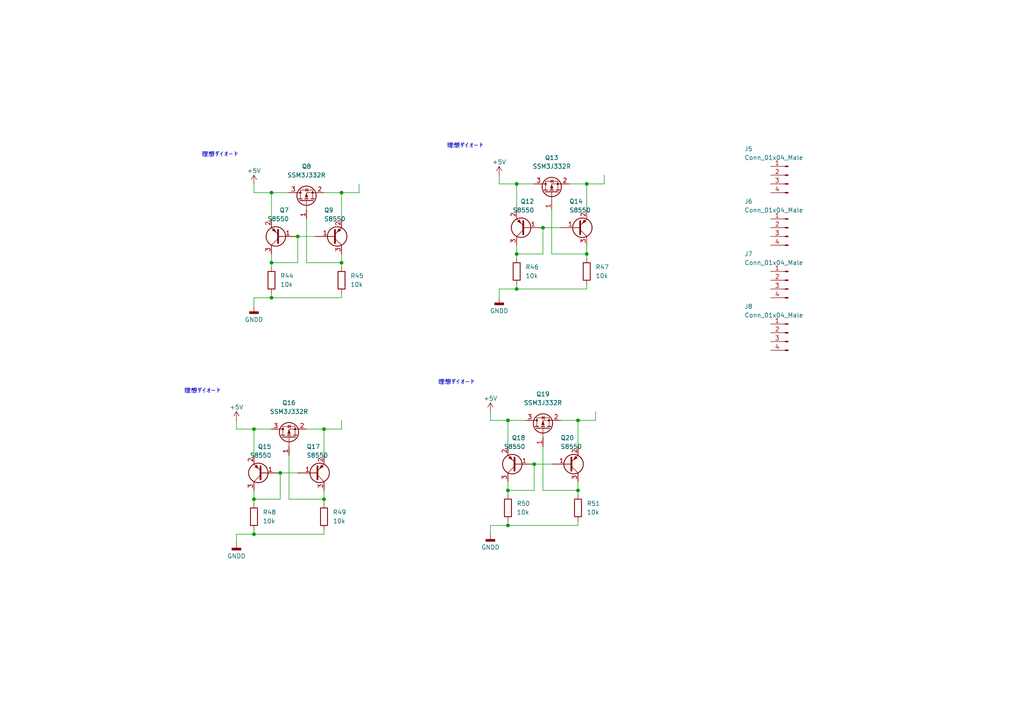
<source format=kicad_sch>
(kicad_sch (version 20230121) (generator eeschema)
  (paper "A4")
  (lib_symbols
    (symbol "Connector:Conn_01x04_Male" (pin_names (offset 1.016) hide)
      (property "Reference" "J" (at 0 5.08 0))
      (property "Value" "Conn_01x04_Male" (at 0 -7.62 0))
      (symbol "Conn_01x04_Male_1_1"
        (polyline (pts (xy 1.27 -5.08) (xy 0.8636 -5.08)) (stroke (width 0.1524)))
        (polyline (pts (xy 1.27 -2.54) (xy 0.8636 -2.54)) (stroke (width 0.1524)))
        (polyline (pts (xy 1.27 0) (xy 0.8636 0)) (stroke (width 0.1524)))
        (polyline (pts (xy 1.27 2.54) (xy 0.8636 2.54)) (stroke (width 0.1524)))
        (rectangle (start 0.8636 -4.953) (end 0 -5.207) (stroke (width 0.1524)) (fill (type outline)))
        (rectangle (start 0.8636 -2.413) (end 0 -2.667) (stroke (width 0.1524)) (fill (type outline)))
        (rectangle (start 0.8636 0.127) (end 0 -0.127) (stroke (width 0.1524)) (fill (type outline)))
        (rectangle (start 0.8636 2.667) (end 0 2.413) (stroke (width 0.1524)) (fill (type outline)))
        (pin passive line (at 5.08 2.54 180) (length 3.81) (name "Pin_1") (number "1"))
        (pin passive line (at 5.08 0 180) (length 3.81) (name "Pin_2") (number "2"))
        (pin passive line (at 5.08 -2.54 180) (length 3.81) (name "Pin_3") (number "3"))
        (pin passive line (at 5.08 -5.08 180) (length 3.81) (name "Pin_4") (number "4"))
      )
    )
    (symbol "Device:Q_PMOS_GSD" (pin_names (offset 0) hide)
      (property "Reference" "Q" (at 5.08 1.27 0))
      (property "Value" "Q_PMOS_GSD" (at 5.08 -1.27 0))
      (symbol "Q_PMOS_GSD_0_1"
        (polyline (pts (xy 0.254 0) (xy -2.54 0)))
        (polyline (pts (xy 0.254 1.905) (xy 0.254 -1.905)) (stroke (width 0.254)))
        (polyline (pts (xy 0.762 -1.27) (xy 0.762 -2.286)) (stroke (width 0.254)))
        (polyline (pts (xy 0.762 0.508) (xy 0.762 -0.508)) (stroke (width 0.254)))
        (polyline (pts (xy 0.762 2.286) (xy 0.762 1.27)) (stroke (width 0.254)))
        (polyline (pts (xy 2.54 2.54) (xy 2.54 1.778)))
        (polyline (pts (xy 2.54 -2.54) (xy 2.54 0) (xy 0.762 0)))
        (polyline (pts (xy 0.762 1.778) (xy 3.302 1.778) (xy 3.302 -1.778) (xy 0.762 -1.778)))
        (polyline (pts (xy 2.286 0) (xy 1.27 0.381) (xy 1.27 -0.381) (xy 2.286 0)) (fill (type outline)))
        (polyline (pts (xy 2.794 -0.508) (xy 2.921 -0.381) (xy 3.683 -0.381) (xy 3.81 -0.254)))
        (polyline (pts (xy 3.302 -0.381) (xy 2.921 0.254) (xy 3.683 0.254) (xy 3.302 -0.381)))
        (circle (center 1.651 0) (radius 2.794) (stroke (width 0.254)))
        (circle (center 2.54 -1.778) (radius 0.254) (fill (type outline)))
        (circle (center 2.54 1.778) (radius 0.254) (fill (type outline)))
      )
      (symbol "Q_PMOS_GSD_1_1"
        (pin input line (at -5.08 0 0) (length 2.54) (name "G") (number "1"))
        (pin passive line (at 2.54 -5.08 90) (length 2.54) (name "S") (number "2"))
        (pin passive line (at 2.54 5.08 270) (length 2.54) (name "D") (number "3"))
      )
    )
    (symbol "Device:Q_PNP_BEC" (pin_names (offset 0) hide)
      (property "Reference" "Q" (at 5.08 1.27 0))
      (property "Value" "Q_PNP_BEC" (at 5.08 -1.27 0))
      (symbol "Q_PNP_BEC_0_1"
        (polyline (pts (xy 0.635 0.635) (xy 2.54 2.54)))
        (polyline (pts (xy 0.635 -0.635) (xy 2.54 -2.54) (xy 2.54 -2.54)))
        (polyline (pts (xy 0.635 1.905) (xy 0.635 -1.905) (xy 0.635 -1.905)) (stroke (width 0.508)))
        (polyline (pts (xy 2.286 -1.778) (xy 1.778 -2.286) (xy 1.27 -1.27) (xy 2.286 -1.778) (xy 2.286 -1.778)) (fill (type outline)))
        (circle (center 1.27 0) (radius 2.8194) (stroke (width 0.254)))
      )
      (symbol "Q_PNP_BEC_1_1"
        (pin input line (at -5.08 0 0) (length 5.715) (name "B") (number "1"))
        (pin passive line (at 2.54 -5.08 90) (length 2.54) (name "E") (number "2"))
        (pin passive line (at 2.54 5.08 270) (length 2.54) (name "C") (number "3"))
      )
    )
    (symbol "Device:R" (pin_numbers hide) (pin_names (offset 0))
      (property "Reference" "R" (at 2.032 0 90))
      (property "Value" "R" (at 0 0 90))
      (symbol "R_0_1"
        (rectangle (start -1.016 -2.54) (end 1.016 2.54) (stroke (width 0.254)))
      )
      (symbol "R_1_1"
        (pin passive line (at 0 3.81 270) (length 1.27) (name "~") (number "1"))
        (pin passive line (at 0 -3.81 90) (length 1.27) (name "~") (number "2"))
      )
    )
    (symbol "power:+5V" (power) (pin_names (offset 0))
      (property "Value" "+5V" (at 0 3.556 0))
      (symbol "+5V_0_1"
        (polyline (pts (xy -0.762 1.27) (xy 0 2.54)))
        (polyline (pts (xy 0 0) (xy 0 2.54)))
        (polyline (pts (xy 0 2.54) (xy 0.762 1.27)))
      )
      (symbol "+5V_1_1"
        (pin power_in line (at 0 0 90) (length 0) hide (name "+5V") (number "1"))
      )
    )
    (symbol "power:GNDD" (power) (pin_names (offset 0))
      (property "Value" "GNDD" (at 0 -3.175 0))
      (symbol "GNDD_0_1"
        (rectangle (start -1.27 -1.524) (end 1.27 -2.032) (stroke (width 0.254)) (fill (type outline)))
        (polyline (pts (xy 0 0) (xy 0 -1.524)))
      )
      (symbol "GNDD_1_1"
        (pin power_in line (at 0 0 270) (length 0) hide (name "GNDD") (number "1"))
      )
    )
  )
  (junction (at 86.36 68.58))
  (junction (at 170.18 53.34))
  (junction (at 149.86 73.66))
  (junction (at 167.64 121.92))
  (junction (at 73.66 154.94))
  (junction (at 81.28 137.16))
  (junction (at 170.18 73.66))
  (junction (at 99.06 76.2))
  (junction (at 154.94 134.62))
  (junction (at 147.32 142.24))
  (junction (at 73.66 144.78))
  (junction (at 93.98 144.78))
  (junction (at 149.86 83.82))
  (junction (at 147.32 152.4))
  (junction (at 78.74 86.36))
  (junction (at 78.74 76.2))
  (junction (at 73.66 124.46))
  (junction (at 78.74 55.88))
  (junction (at 93.98 124.46))
  (junction (at 149.86 53.34))
  (junction (at 147.32 121.92))
  (junction (at 157.48 66.04))
  (junction (at 99.06 55.88))
  (junction (at 167.64 142.24))
  (wire (pts (xy 175.26 50.8) (xy 175.26 53.34)))
  (wire (pts (xy 73.66 124.46) (xy 73.66 132.08)))
  (wire (pts (xy 93.98 124.46) (xy 99.06 124.46)))
  (wire (pts (xy 78.74 86.36) (xy 99.06 86.36)))
  (wire (pts (xy 73.66 144.78) (xy 73.66 146.05)))
  (wire (pts (xy 147.32 139.7) (xy 147.32 142.24)))
  (wire (pts (xy 144.78 83.82) (xy 149.86 83.82)))
  (wire (pts (xy 157.48 142.24) (xy 167.64 142.24)))
  (wire (pts (xy 157.48 129.54) (xy 157.48 142.24)))
  (wire (pts (xy 142.24 152.4) (xy 142.24 154.94)))
  (wire (pts (xy 157.48 73.66) (xy 157.48 66.04)))
  (wire (pts (xy 157.48 66.04) (xy 162.56 66.04)))
  (wire (pts (xy 68.58 154.94) (xy 68.58 157.48)))
  (wire (pts (xy 93.98 55.88) (xy 99.06 55.88)))
  (wire (pts (xy 93.98 142.24) (xy 93.98 144.78)))
  (wire (pts (xy 147.32 142.24) (xy 154.94 142.24)))
  (wire (pts (xy 147.32 142.24) (xy 147.32 143.51)))
  (wire (pts (xy 170.18 73.66) (xy 170.18 74.93)))
  (wire (pts (xy 149.86 73.66) (xy 157.48 73.66)))
  (wire (pts (xy 73.66 55.88) (xy 78.74 55.88)))
  (wire (pts (xy 99.06 121.92) (xy 99.06 124.46)))
  (wire (pts (xy 73.66 142.24) (xy 73.66 144.78)))
  (wire (pts (xy 81.28 144.78) (xy 81.28 137.16)))
  (wire (pts (xy 68.58 154.94) (xy 73.66 154.94)))
  (wire (pts (xy 170.18 82.55) (xy 170.18 83.82)))
  (wire (pts (xy 142.24 152.4) (xy 147.32 152.4)))
  (wire (pts (xy 78.74 76.2) (xy 78.74 77.47)))
  (wire (pts (xy 88.9 76.2) (xy 99.06 76.2)))
  (wire (pts (xy 172.72 119.38) (xy 172.72 121.92)))
  (wire (pts (xy 149.86 53.34) (xy 149.86 60.96)))
  (wire (pts (xy 99.06 73.66) (xy 99.06 76.2)))
  (wire (pts (xy 144.78 83.82) (xy 144.78 86.36)))
  (wire (pts (xy 68.58 121.92) (xy 68.58 124.46)))
  (wire (pts (xy 99.06 76.2) (xy 99.06 77.47)))
  (wire (pts (xy 73.66 86.36) (xy 78.74 86.36)))
  (wire (pts (xy 152.4 121.92) (xy 147.32 121.92)))
  (wire (pts (xy 93.98 132.08) (xy 93.98 124.46)))
  (wire (pts (xy 73.66 53.34) (xy 73.66 55.88)))
  (wire (pts (xy 78.74 85.09) (xy 78.74 86.36)))
  (wire (pts (xy 73.66 153.67) (xy 73.66 154.94)))
  (wire (pts (xy 147.32 152.4) (xy 167.64 152.4)))
  (wire (pts (xy 73.66 86.36) (xy 73.66 88.9)))
  (wire (pts (xy 167.64 139.7) (xy 167.64 142.24)))
  (wire (pts (xy 149.86 71.12) (xy 149.86 73.66)))
  (wire (pts (xy 144.78 53.34) (xy 149.86 53.34)))
  (wire (pts (xy 147.32 151.13) (xy 147.32 152.4)))
  (wire (pts (xy 78.74 55.88) (xy 78.74 63.5)))
  (wire (pts (xy 88.9 63.5) (xy 88.9 76.2)))
  (wire (pts (xy 160.02 73.66) (xy 170.18 73.66)))
  (wire (pts (xy 88.9 124.46) (xy 93.98 124.46)))
  (wire (pts (xy 160.02 60.96) (xy 160.02 73.66)))
  (wire (pts (xy 154.94 142.24) (xy 154.94 134.62)))
  (wire (pts (xy 83.82 132.08) (xy 83.82 144.78)))
  (wire (pts (xy 104.14 53.34) (xy 104.14 55.88)))
  (wire (pts (xy 78.74 124.46) (xy 73.66 124.46)))
  (wire (pts (xy 170.18 53.34) (xy 175.26 53.34)))
  (wire (pts (xy 93.98 153.67) (xy 93.98 154.94)))
  (wire (pts (xy 142.24 121.92) (xy 147.32 121.92)))
  (wire (pts (xy 167.64 129.54) (xy 167.64 121.92)))
  (wire (pts (xy 73.66 144.78) (xy 81.28 144.78)))
  (wire (pts (xy 83.82 55.88) (xy 78.74 55.88)))
  (wire (pts (xy 149.86 83.82) (xy 170.18 83.82)))
  (wire (pts (xy 167.64 142.24) (xy 167.64 143.51)))
  (wire (pts (xy 78.74 73.66) (xy 78.74 76.2)))
  (wire (pts (xy 167.64 121.92) (xy 172.72 121.92)))
  (wire (pts (xy 154.94 134.62) (xy 160.02 134.62)))
  (wire (pts (xy 78.74 76.2) (xy 86.36 76.2)))
  (wire (pts (xy 99.06 85.09) (xy 99.06 86.36)))
  (wire (pts (xy 81.28 137.16) (xy 86.36 137.16)))
  (wire (pts (xy 167.64 151.13) (xy 167.64 152.4)))
  (wire (pts (xy 73.66 154.94) (xy 93.98 154.94)))
  (wire (pts (xy 142.24 119.38) (xy 142.24 121.92)))
  (wire (pts (xy 99.06 55.88) (xy 104.14 55.88)))
  (wire (pts (xy 165.1 53.34) (xy 170.18 53.34)))
  (wire (pts (xy 86.36 68.58) (xy 91.44 68.58)))
  (wire (pts (xy 68.58 124.46) (xy 73.66 124.46)))
  (wire (pts (xy 99.06 63.5) (xy 99.06 55.88)))
  (wire (pts (xy 170.18 71.12) (xy 170.18 73.66)))
  (wire (pts (xy 170.18 60.96) (xy 170.18 53.34)))
  (wire (pts (xy 93.98 144.78) (xy 93.98 146.05)))
  (wire (pts (xy 86.36 76.2) (xy 86.36 68.58)))
  (wire (pts (xy 154.94 53.34) (xy 149.86 53.34)))
  (wire (pts (xy 147.32 121.92) (xy 147.32 129.54)))
  (wire (pts (xy 149.86 82.55) (xy 149.86 83.82)))
  (wire (pts (xy 162.56 121.92) (xy 167.64 121.92)))
  (wire (pts (xy 144.78 50.8) (xy 144.78 53.34)))
  (wire (pts (xy 83.82 144.78) (xy 93.98 144.78)))
  (wire (pts (xy 149.86 73.66) (xy 149.86 74.93)))
  (text "理想ダイオード" (at 127 111.76 0) (effects (font (size 1.27 1.27)) (justify left bottom)))
  (text "理想ダイオード" (at 53.34 114.3 0) (effects (font (size 1.27 1.27)) (justify left bottom)))
  (text "理想ダイオード" (at 58.42 45.72 0) (effects (font (size 1.27 1.27)) (justify left bottom)))
  (text "理想ダイオード" (at 129.54 43.18 0) (effects (font (size 1.27 1.27)) (justify left bottom)))
  (symbol (lib_id "Device:Q_PNP_BEC") (at 167.64 66.04 0) (mirror x) (unit 1)
    (property "Reference" "Q14" (at 165.1 58.42 0) (effects (justify left)))
    (property "Value" "S8550" (at 165.1 60.96 0) (effects (justify left)))
    (property "Footprint" "Package_TO_SOT_SMD:SOT-23" (effects hide))
  )
  (symbol (lib_id "Device:Q_PNP_BEC") (at 152.4 66.04 180) (unit 1)
    (property "Reference" "Q12" (at 154.94 58.42 0) (effects (justify left)))
    (property "Value" "S8550" (at 154.94 60.96 0) (effects (justify left)))
    (property "Footprint" "Package_TO_SOT_SMD:SOT-23" (effects hide))
  )
  (symbol (lib_id "Device:R") (at 147.32 147.32 180) (unit 1)
    (property "Reference" "R50" (at 149.86 146.0499 0) (effects (justify right)))
    (property "Value" "10k" (at 149.86 148.5899 0) (effects (justify right)))
    (property "Footprint" "Resistor_SMD:R_0402_1005Metric" (effects hide))
  )
  (symbol (lib_id "Device:Q_PNP_BEC") (at 149.86 134.62 180) (unit 1)
    (property "Reference" "Q18" (at 152.4 127 0) (effects (justify left)))
    (property "Value" "S8550" (at 152.4 129.54 0) (effects (justify left)))
    (property "Footprint" "Package_TO_SOT_SMD:SOT-23" (effects hide))
  )
  (symbol (lib_id "power:+5V") (at 73.66 53.34 0) (unit 1)
    (property "Reference" "#PWR061" (effects hide))
    (property "Value" "+5V" (at 73.66 49.53 0))
  )
  (symbol (lib_id "Connector:Conn_01x04_Male") (at 228.6 50.8 0) (mirror y) (unit 1)
    (property "Reference" "J5" (at 215.9 43.18 0) (effects (justify right)))
    (property "Value" "Conn_01x04_Male" (at 215.9 45.72 0) (effects (justify right)))
    (property "Footprint" "Connector_Molex:Molex_SPOX_5267-04A_1x04_P2.50mm_Vertical" (effects hide))
  )
  (symbol (lib_id "Connector:Conn_01x04_Male") (at 228.6 81.28 0) (mirror y) (unit 1)
    (property "Reference" "J7" (at 215.9 73.66 0) (effects (justify right)))
    (property "Value" "Conn_01x04_Male" (at 215.9 76.2 0) (effects (justify right)))
    (property "Footprint" "Connector_Molex:Molex_SPOX_5267-04A_1x04_P2.50mm_Vertical" (effects hide))
  )
  (symbol (lib_id "Device:R") (at 167.64 147.32 180) (unit 1)
    (property "Reference" "R51" (at 170.18 146.0499 0) (effects (justify right)))
    (property "Value" "10k" (at 170.18 148.5899 0) (effects (justify right)))
    (property "Footprint" "Resistor_SMD:R_0402_1005Metric" (effects hide))
  )
  (symbol (lib_id "Device:Q_PNP_BEC") (at 81.28 68.58 180) (unit 1)
    (property "Reference" "Q7" (at 83.82 60.96 0) (effects (justify left)))
    (property "Value" "S8550" (at 83.82 63.5 0) (effects (justify left)))
    (property "Footprint" "Package_TO_SOT_SMD:SOT-23" (effects hide))
  )
  (symbol (lib_id "Device:Q_PNP_BEC") (at 96.52 68.58 0) (mirror x) (unit 1)
    (property "Reference" "Q9" (at 93.98 60.96 0) (effects (justify left)))
    (property "Value" "S8550" (at 93.98 63.5 0) (effects (justify left)))
    (property "Footprint" "Package_TO_SOT_SMD:SOT-23" (effects hide))
  )
  (symbol (lib_id "Connector:Conn_01x04_Male") (at 228.6 96.52 0) (mirror y) (unit 1)
    (property "Reference" "J8" (at 215.9 88.9 0) (effects (justify right)))
    (property "Value" "Conn_01x04_Male" (at 215.9 91.44 0) (effects (justify right)))
    (property "Footprint" "Connector_Molex:Molex_SPOX_5267-04A_1x04_P2.50mm_Vertical" (effects hide))
  )
  (symbol (lib_id "Device:Q_PNP_BEC") (at 76.2 137.16 180) (unit 1)
    (property "Reference" "Q15" (at 78.74 129.54 0) (effects (justify left)))
    (property "Value" "S8550" (at 78.74 132.08 0) (effects (justify left)))
    (property "Footprint" "Package_TO_SOT_SMD:SOT-23" (effects hide))
  )
  (symbol (lib_id "Device:R") (at 149.86 78.74 180) (unit 1)
    (property "Reference" "R46" (at 152.4 77.4699 0) (effects (justify right)))
    (property "Value" "10k" (at 152.4 80.0099 0) (effects (justify right)))
    (property "Footprint" "Resistor_SMD:R_0402_1005Metric" (effects hide))
  )
  (symbol (lib_id "Device:Q_PNP_BEC") (at 91.44 137.16 0) (mirror x) (unit 1)
    (property "Reference" "Q17" (at 88.9 129.54 0) (effects (justify left)))
    (property "Value" "S8550" (at 88.9 132.08 0) (effects (justify left)))
    (property "Footprint" "Package_TO_SOT_SMD:SOT-23" (effects hide))
  )
  (symbol (lib_id "power:GNDD") (at 142.24 154.94 0) (unit 1)
    (property "Reference" "#PWR072" (effects hide))
    (property "Value" "GNDD" (at 142.24 158.75 0))
  )
  (symbol (lib_id "Device:R") (at 93.98 149.86 180) (unit 1)
    (property "Reference" "R49" (at 96.52 148.5899 0) (effects (justify right)))
    (property "Value" "10k" (at 96.52 151.1299 0) (effects (justify right)))
    (property "Footprint" "Resistor_SMD:R_0402_1005Metric" (effects hide))
  )
  (symbol (lib_id "power:GNDD") (at 144.78 86.36 0) (unit 1)
    (property "Reference" "#PWR068" (effects hide))
    (property "Value" "GNDD" (at 144.78 90.17 0))
  )
  (symbol (lib_id "Device:Q_PMOS_GSD") (at 88.9 58.42 90) (unit 1)
    (property "Reference" "Q8" (at 88.9 48.26 90))
    (property "Value" "SSM3J332R" (at 88.9 50.8 90))
    (property "Footprint" "Package_TO_SOT_SMD:SOT-23W" (effects hide))
  )
  (symbol (lib_id "power:+5V") (at 144.78 50.8 0) (unit 1)
    (property "Reference" "#PWR067" (effects hide))
    (property "Value" "+5V" (at 144.78 46.99 0))
  )
  (symbol (lib_id "Device:R") (at 73.66 149.86 180) (unit 1)
    (property "Reference" "R48" (at 76.2 148.5899 0) (effects (justify right)))
    (property "Value" "10k" (at 76.2 151.1299 0) (effects (justify right)))
    (property "Footprint" "Resistor_SMD:R_0402_1005Metric" (effects hide))
  )
  (symbol (lib_id "Device:Q_PMOS_GSD") (at 160.02 55.88 90) (unit 1)
    (property "Reference" "Q13" (at 160.02 45.72 90))
    (property "Value" "SSM3J332R" (at 160.02 48.26 90))
    (property "Footprint" "Package_TO_SOT_SMD:SOT-23W" (effects hide))
  )
  (symbol (lib_id "power:GNDD") (at 68.58 157.48 0) (unit 1)
    (property "Reference" "#PWR070" (effects hide))
    (property "Value" "GNDD" (at 68.58 161.29 0))
  )
  (symbol (lib_id "Device:R") (at 99.06 81.28 180) (unit 1)
    (property "Reference" "R45" (at 101.6 80.0099 0) (effects (justify right)))
    (property "Value" "10k" (at 101.6 82.5499 0) (effects (justify right)))
    (property "Footprint" "Resistor_SMD:R_0402_1005Metric" (effects hide))
  )
  (symbol (lib_id "Device:R") (at 170.18 78.74 180) (unit 1)
    (property "Reference" "R47" (at 172.72 77.4699 0) (effects (justify right)))
    (property "Value" "10k" (at 172.72 80.0099 0) (effects (justify right)))
    (property "Footprint" "Resistor_SMD:R_0402_1005Metric" (effects hide))
  )
  (symbol (lib_id "Device:R") (at 78.74 81.28 180) (unit 1)
    (property "Reference" "R44" (at 81.28 80.0099 0) (effects (justify right)))
    (property "Value" "10k" (at 81.28 82.5499 0) (effects (justify right)))
    (property "Footprint" "Resistor_SMD:R_0402_1005Metric" (effects hide))
  )
  (symbol (lib_id "Device:Q_PMOS_GSD") (at 157.48 124.46 90) (unit 1)
    (property "Reference" "Q19" (at 157.48 114.3 90))
    (property "Value" "SSM3J332R" (at 157.48 116.84 90))
    (property "Footprint" "Package_TO_SOT_SMD:SOT-23W" (effects hide))
  )
  (symbol (lib_id "Connector:Conn_01x04_Male") (at 228.6 66.04 0) (mirror y) (unit 1)
    (property "Reference" "J6" (at 215.9 58.42 0) (effects (justify right)))
    (property "Value" "Conn_01x04_Male" (at 215.9 60.96 0) (effects (justify right)))
    (property "Footprint" "Connector_Molex:Molex_SPOX_5267-04A_1x04_P2.50mm_Vertical" (effects hide))
  )
  (symbol (lib_id "Device:Q_PNP_BEC") (at 165.1 134.62 0) (mirror x) (unit 1)
    (property "Reference" "Q20" (at 162.56 127 0) (effects (justify left)))
    (property "Value" "S8550" (at 162.56 129.54 0) (effects (justify left)))
    (property "Footprint" "Package_TO_SOT_SMD:SOT-23" (effects hide))
  )
  (symbol (lib_id "power:+5V") (at 68.58 121.92 0) (unit 1)
    (property "Reference" "#PWR069" (effects hide))
    (property "Value" "+5V" (at 68.58 118.11 0))
  )
  (symbol (lib_id "Device:Q_PMOS_GSD") (at 83.82 127 90) (unit 1)
    (property "Reference" "Q16" (at 83.82 116.84 90))
    (property "Value" "SSM3J332R" (at 83.82 119.38 90))
    (property "Footprint" "Package_TO_SOT_SMD:SOT-23W" (effects hide))
  )
  (symbol (lib_id "power:GNDD") (at 73.66 88.9 0) (unit 1)
    (property "Reference" "#PWR066" (effects hide))
    (property "Value" "GNDD" (at 73.66 92.71 0))
  )
  (symbol (lib_id "power:+5V") (at 142.24 119.38 0) (unit 1)
    (property "Reference" "#PWR071" (effects hide))
    (property "Value" "+5V" (at 142.24 115.57 0))
  )
)
</source>
